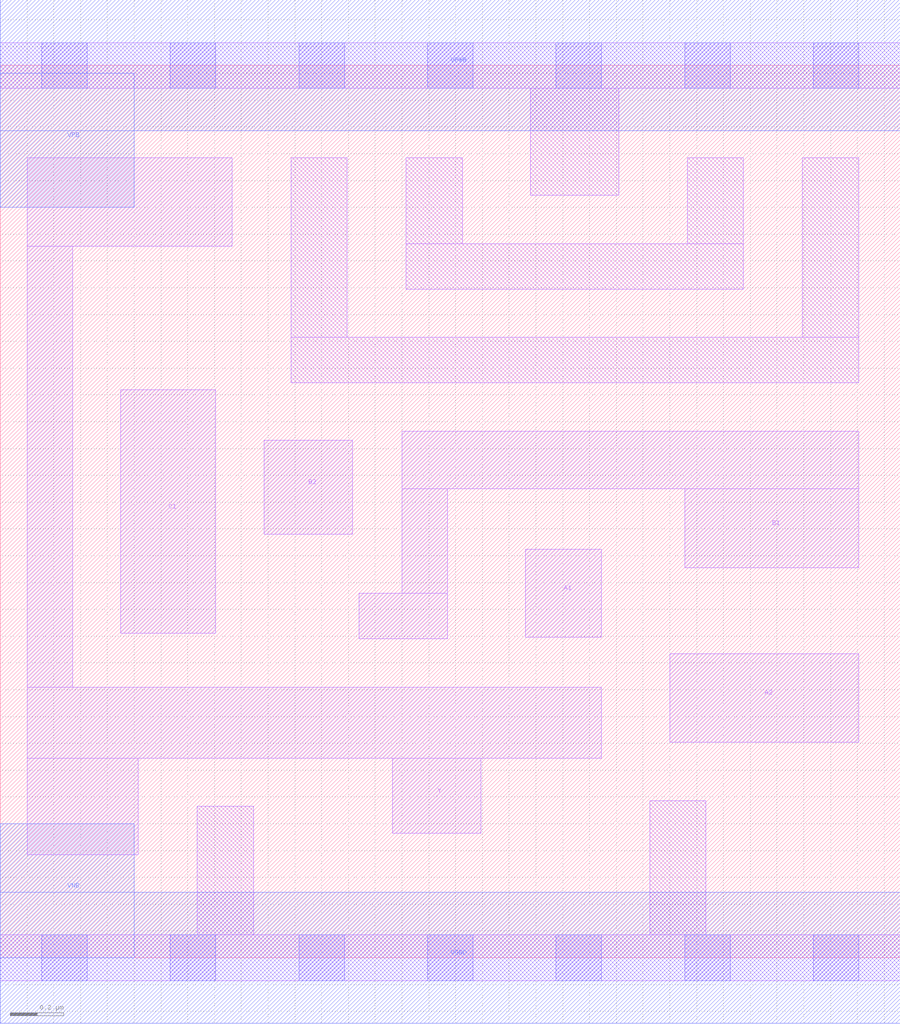
<source format=lef>
# Copyright 2020 The SkyWater PDK Authors
#
# Licensed under the Apache License, Version 2.0 (the "License");
# you may not use this file except in compliance with the License.
# You may obtain a copy of the License at
#
#     https://www.apache.org/licenses/LICENSE-2.0
#
# Unless required by applicable law or agreed to in writing, software
# distributed under the License is distributed on an "AS IS" BASIS,
# WITHOUT WARRANTIES OR CONDITIONS OF ANY KIND, either express or implied.
# See the License for the specific language governing permissions and
# limitations under the License.
#
# SPDX-License-Identifier: Apache-2.0

VERSION 5.5 ;
NAMESCASESENSITIVE ON ;
BUSBITCHARS "[]" ;
DIVIDERCHAR "/" ;
MACRO sky130_fd_sc_lp__a221oi_m
  CLASS CORE ;
  SOURCE USER ;
  ORIGIN  0.000000  0.000000 ;
  SIZE  3.360000 BY  3.330000 ;
  SYMMETRY X Y R90 ;
  SITE unit ;
  PIN A1
    ANTENNAGATEAREA  0.126000 ;
    DIRECTION INPUT ;
    USE SIGNAL ;
    PORT
      LAYER li1 ;
        RECT 1.960000 1.195000 2.245000 1.525000 ;
    END
  END A1
  PIN A2
    ANTENNAGATEAREA  0.126000 ;
    DIRECTION INPUT ;
    USE SIGNAL ;
    PORT
      LAYER li1 ;
        RECT 2.500000 0.805000 3.205000 1.135000 ;
    END
  END A2
  PIN B1
    ANTENNAGATEAREA  0.126000 ;
    DIRECTION INPUT ;
    USE SIGNAL ;
    PORT
      LAYER li1 ;
        RECT 1.340000 1.190000 1.670000 1.360000 ;
        RECT 1.500000 1.360000 1.670000 1.750000 ;
        RECT 1.500000 1.750000 3.205000 1.965000 ;
        RECT 2.555000 1.455000 3.205000 1.750000 ;
    END
  END B1
  PIN B2
    ANTENNAGATEAREA  0.126000 ;
    DIRECTION INPUT ;
    USE SIGNAL ;
    PORT
      LAYER li1 ;
        RECT 0.985000 1.580000 1.315000 1.930000 ;
    END
  END B2
  PIN C1
    ANTENNAGATEAREA  0.126000 ;
    DIRECTION INPUT ;
    USE SIGNAL ;
    PORT
      LAYER li1 ;
        RECT 0.450000 1.210000 0.805000 2.120000 ;
    END
  END C1
  PIN Y
    ANTENNADIFFAREA  0.386400 ;
    DIRECTION OUTPUT ;
    USE SIGNAL ;
    PORT
      LAYER li1 ;
        RECT 0.100000 0.385000 0.515000 0.745000 ;
        RECT 0.100000 0.745000 2.245000 1.010000 ;
        RECT 0.100000 1.010000 0.270000 2.655000 ;
        RECT 0.100000 2.655000 0.865000 2.985000 ;
        RECT 1.465000 0.465000 1.795000 0.745000 ;
    END
  END Y
  PIN VGND
    DIRECTION INOUT ;
    USE GROUND ;
    PORT
      LAYER met1 ;
        RECT 0.000000 -0.245000 3.360000 0.245000 ;
    END
  END VGND
  PIN VNB
    DIRECTION INOUT ;
    USE GROUND ;
    PORT
      LAYER met1 ;
        RECT 0.000000 0.000000 0.500000 0.500000 ;
    END
  END VNB
  PIN VPB
    DIRECTION INOUT ;
    USE POWER ;
    PORT
      LAYER met1 ;
        RECT 0.000000 2.800000 0.500000 3.300000 ;
    END
  END VPB
  PIN VPWR
    DIRECTION INOUT ;
    USE POWER ;
    PORT
      LAYER met1 ;
        RECT 0.000000 3.085000 3.360000 3.575000 ;
    END
  END VPWR
  OBS
    LAYER li1 ;
      RECT 0.000000 -0.085000 3.360000 0.085000 ;
      RECT 0.000000  3.245000 3.360000 3.415000 ;
      RECT 0.735000  0.085000 0.945000 0.565000 ;
      RECT 1.085000  2.145000 3.205000 2.315000 ;
      RECT 1.085000  2.315000 1.295000 2.985000 ;
      RECT 1.515000  2.495000 2.775000 2.665000 ;
      RECT 1.515000  2.665000 1.725000 2.985000 ;
      RECT 1.980000  2.845000 2.310000 3.245000 ;
      RECT 2.425000  0.085000 2.635000 0.585000 ;
      RECT 2.565000  2.665000 2.775000 2.985000 ;
      RECT 2.995000  2.315000 3.205000 2.985000 ;
    LAYER mcon ;
      RECT 0.155000 -0.085000 0.325000 0.085000 ;
      RECT 0.155000  3.245000 0.325000 3.415000 ;
      RECT 0.635000 -0.085000 0.805000 0.085000 ;
      RECT 0.635000  3.245000 0.805000 3.415000 ;
      RECT 1.115000 -0.085000 1.285000 0.085000 ;
      RECT 1.115000  3.245000 1.285000 3.415000 ;
      RECT 1.595000 -0.085000 1.765000 0.085000 ;
      RECT 1.595000  3.245000 1.765000 3.415000 ;
      RECT 2.075000 -0.085000 2.245000 0.085000 ;
      RECT 2.075000  3.245000 2.245000 3.415000 ;
      RECT 2.555000 -0.085000 2.725000 0.085000 ;
      RECT 2.555000  3.245000 2.725000 3.415000 ;
      RECT 3.035000 -0.085000 3.205000 0.085000 ;
      RECT 3.035000  3.245000 3.205000 3.415000 ;
  END
END sky130_fd_sc_lp__a221oi_m
END LIBRARY

</source>
